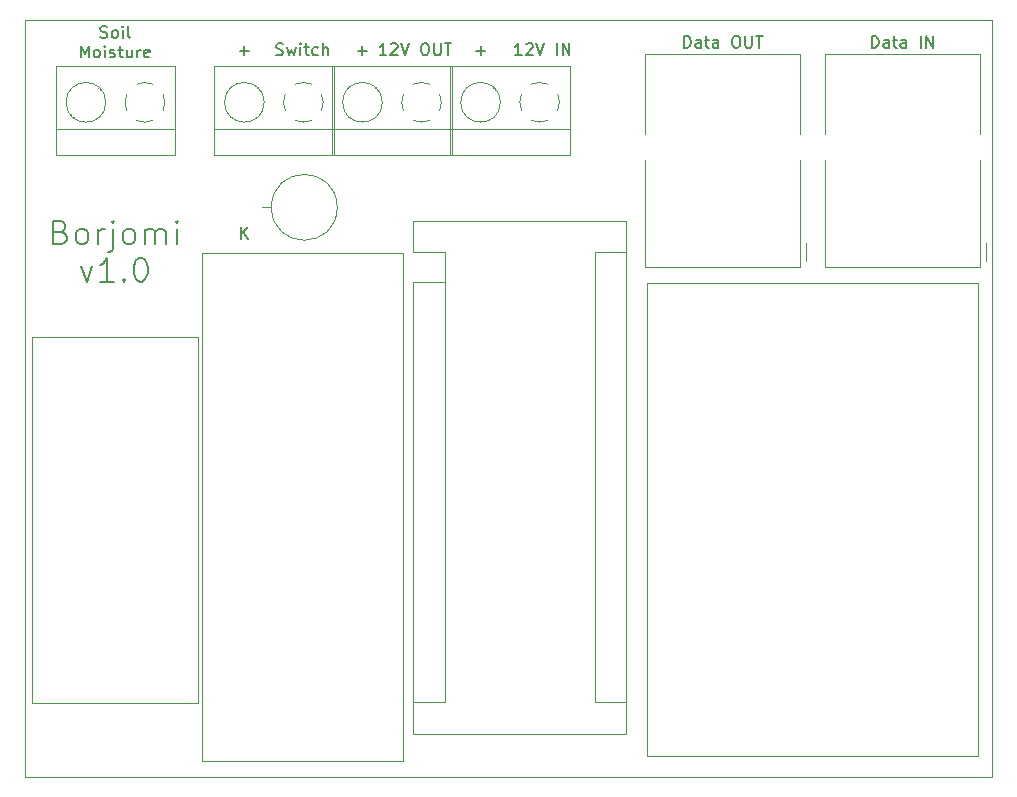
<source format=gto>
G04 #@! TF.GenerationSoftware,KiCad,Pcbnew,5.1.0-060a0da~80~ubuntu18.04.1*
G04 #@! TF.CreationDate,2019-04-09T01:33:59+03:00*
G04 #@! TF.ProjectId,Borjomi,426f726a-6f6d-4692-9e6b-696361645f70,w01*
G04 #@! TF.SameCoordinates,Original*
G04 #@! TF.FileFunction,Legend,Top*
G04 #@! TF.FilePolarity,Positive*
%FSLAX46Y46*%
G04 Gerber Fmt 4.6, Leading zero omitted, Abs format (unit mm)*
G04 Created by KiCad (PCBNEW 5.1.0-060a0da~80~ubuntu18.04.1) date 2019-04-09 01:33:59*
%MOMM*%
%LPD*%
G04 APERTURE LIST*
%ADD10C,0.150000*%
%ADD11C,0.120000*%
%ADD12C,0.100000*%
G04 APERTURE END LIST*
D10*
X104688095Y-37282380D02*
X104688095Y-36282380D01*
X104926190Y-36282380D01*
X105069047Y-36330000D01*
X105164285Y-36425238D01*
X105211904Y-36520476D01*
X105259523Y-36710952D01*
X105259523Y-36853809D01*
X105211904Y-37044285D01*
X105164285Y-37139523D01*
X105069047Y-37234761D01*
X104926190Y-37282380D01*
X104688095Y-37282380D01*
X106116666Y-37282380D02*
X106116666Y-36758571D01*
X106069047Y-36663333D01*
X105973809Y-36615714D01*
X105783333Y-36615714D01*
X105688095Y-36663333D01*
X106116666Y-37234761D02*
X106021428Y-37282380D01*
X105783333Y-37282380D01*
X105688095Y-37234761D01*
X105640476Y-37139523D01*
X105640476Y-37044285D01*
X105688095Y-36949047D01*
X105783333Y-36901428D01*
X106021428Y-36901428D01*
X106116666Y-36853809D01*
X106450000Y-36615714D02*
X106830952Y-36615714D01*
X106592857Y-36282380D02*
X106592857Y-37139523D01*
X106640476Y-37234761D01*
X106735714Y-37282380D01*
X106830952Y-37282380D01*
X107592857Y-37282380D02*
X107592857Y-36758571D01*
X107545238Y-36663333D01*
X107450000Y-36615714D01*
X107259523Y-36615714D01*
X107164285Y-36663333D01*
X107592857Y-37234761D02*
X107497619Y-37282380D01*
X107259523Y-37282380D01*
X107164285Y-37234761D01*
X107116666Y-37139523D01*
X107116666Y-37044285D01*
X107164285Y-36949047D01*
X107259523Y-36901428D01*
X107497619Y-36901428D01*
X107592857Y-36853809D01*
X109021428Y-36282380D02*
X109211904Y-36282380D01*
X109307142Y-36330000D01*
X109402380Y-36425238D01*
X109450000Y-36615714D01*
X109450000Y-36949047D01*
X109402380Y-37139523D01*
X109307142Y-37234761D01*
X109211904Y-37282380D01*
X109021428Y-37282380D01*
X108926190Y-37234761D01*
X108830952Y-37139523D01*
X108783333Y-36949047D01*
X108783333Y-36615714D01*
X108830952Y-36425238D01*
X108926190Y-36330000D01*
X109021428Y-36282380D01*
X109878571Y-36282380D02*
X109878571Y-37091904D01*
X109926190Y-37187142D01*
X109973809Y-37234761D01*
X110069047Y-37282380D01*
X110259523Y-37282380D01*
X110354761Y-37234761D01*
X110402380Y-37187142D01*
X110450000Y-37091904D01*
X110450000Y-36282380D01*
X110783333Y-36282380D02*
X111354761Y-36282380D01*
X111069047Y-37282380D02*
X111069047Y-36282380D01*
X120594761Y-37282380D02*
X120594761Y-36282380D01*
X120832857Y-36282380D01*
X120975714Y-36330000D01*
X121070952Y-36425238D01*
X121118571Y-36520476D01*
X121166190Y-36710952D01*
X121166190Y-36853809D01*
X121118571Y-37044285D01*
X121070952Y-37139523D01*
X120975714Y-37234761D01*
X120832857Y-37282380D01*
X120594761Y-37282380D01*
X122023333Y-37282380D02*
X122023333Y-36758571D01*
X121975714Y-36663333D01*
X121880476Y-36615714D01*
X121690000Y-36615714D01*
X121594761Y-36663333D01*
X122023333Y-37234761D02*
X121928095Y-37282380D01*
X121690000Y-37282380D01*
X121594761Y-37234761D01*
X121547142Y-37139523D01*
X121547142Y-37044285D01*
X121594761Y-36949047D01*
X121690000Y-36901428D01*
X121928095Y-36901428D01*
X122023333Y-36853809D01*
X122356666Y-36615714D02*
X122737619Y-36615714D01*
X122499523Y-36282380D02*
X122499523Y-37139523D01*
X122547142Y-37234761D01*
X122642380Y-37282380D01*
X122737619Y-37282380D01*
X123499523Y-37282380D02*
X123499523Y-36758571D01*
X123451904Y-36663333D01*
X123356666Y-36615714D01*
X123166190Y-36615714D01*
X123070952Y-36663333D01*
X123499523Y-37234761D02*
X123404285Y-37282380D01*
X123166190Y-37282380D01*
X123070952Y-37234761D01*
X123023333Y-37139523D01*
X123023333Y-37044285D01*
X123070952Y-36949047D01*
X123166190Y-36901428D01*
X123404285Y-36901428D01*
X123499523Y-36853809D01*
X124737619Y-37282380D02*
X124737619Y-36282380D01*
X125213809Y-37282380D02*
X125213809Y-36282380D01*
X125785238Y-37282380D01*
X125785238Y-36282380D01*
X51943571Y-52892142D02*
X52229285Y-52987380D01*
X52324523Y-53082619D01*
X52419761Y-53273095D01*
X52419761Y-53558809D01*
X52324523Y-53749285D01*
X52229285Y-53844523D01*
X52038809Y-53939761D01*
X51276904Y-53939761D01*
X51276904Y-51939761D01*
X51943571Y-51939761D01*
X52134047Y-52035000D01*
X52229285Y-52130238D01*
X52324523Y-52320714D01*
X52324523Y-52511190D01*
X52229285Y-52701666D01*
X52134047Y-52796904D01*
X51943571Y-52892142D01*
X51276904Y-52892142D01*
X53562619Y-53939761D02*
X53372142Y-53844523D01*
X53276904Y-53749285D01*
X53181666Y-53558809D01*
X53181666Y-52987380D01*
X53276904Y-52796904D01*
X53372142Y-52701666D01*
X53562619Y-52606428D01*
X53848333Y-52606428D01*
X54038809Y-52701666D01*
X54134047Y-52796904D01*
X54229285Y-52987380D01*
X54229285Y-53558809D01*
X54134047Y-53749285D01*
X54038809Y-53844523D01*
X53848333Y-53939761D01*
X53562619Y-53939761D01*
X55086428Y-53939761D02*
X55086428Y-52606428D01*
X55086428Y-52987380D02*
X55181666Y-52796904D01*
X55276904Y-52701666D01*
X55467380Y-52606428D01*
X55657857Y-52606428D01*
X56324523Y-52606428D02*
X56324523Y-54320714D01*
X56229285Y-54511190D01*
X56038809Y-54606428D01*
X55943571Y-54606428D01*
X56324523Y-51939761D02*
X56229285Y-52035000D01*
X56324523Y-52130238D01*
X56419761Y-52035000D01*
X56324523Y-51939761D01*
X56324523Y-52130238D01*
X57562619Y-53939761D02*
X57372142Y-53844523D01*
X57276904Y-53749285D01*
X57181666Y-53558809D01*
X57181666Y-52987380D01*
X57276904Y-52796904D01*
X57372142Y-52701666D01*
X57562619Y-52606428D01*
X57848333Y-52606428D01*
X58038809Y-52701666D01*
X58134047Y-52796904D01*
X58229285Y-52987380D01*
X58229285Y-53558809D01*
X58134047Y-53749285D01*
X58038809Y-53844523D01*
X57848333Y-53939761D01*
X57562619Y-53939761D01*
X59086428Y-53939761D02*
X59086428Y-52606428D01*
X59086428Y-52796904D02*
X59181666Y-52701666D01*
X59372142Y-52606428D01*
X59657857Y-52606428D01*
X59848333Y-52701666D01*
X59943571Y-52892142D01*
X59943571Y-53939761D01*
X59943571Y-52892142D02*
X60038809Y-52701666D01*
X60229285Y-52606428D01*
X60515000Y-52606428D01*
X60705476Y-52701666D01*
X60800714Y-52892142D01*
X60800714Y-53939761D01*
X61753095Y-53939761D02*
X61753095Y-52606428D01*
X61753095Y-51939761D02*
X61657857Y-52035000D01*
X61753095Y-52130238D01*
X61848333Y-52035000D01*
X61753095Y-51939761D01*
X61753095Y-52130238D01*
X53657857Y-55756428D02*
X54134047Y-57089761D01*
X54610238Y-55756428D01*
X56419761Y-57089761D02*
X55276904Y-57089761D01*
X55848333Y-57089761D02*
X55848333Y-55089761D01*
X55657857Y-55375476D01*
X55467380Y-55565952D01*
X55276904Y-55661190D01*
X57276904Y-56899285D02*
X57372142Y-56994523D01*
X57276904Y-57089761D01*
X57181666Y-56994523D01*
X57276904Y-56899285D01*
X57276904Y-57089761D01*
X58610238Y-55089761D02*
X58800714Y-55089761D01*
X58991190Y-55185000D01*
X59086428Y-55280238D01*
X59181666Y-55470714D01*
X59276904Y-55851666D01*
X59276904Y-56327857D01*
X59181666Y-56708809D01*
X59086428Y-56899285D01*
X58991190Y-56994523D01*
X58800714Y-57089761D01*
X58610238Y-57089761D01*
X58419761Y-56994523D01*
X58324523Y-56899285D01*
X58229285Y-56708809D01*
X58134047Y-56327857D01*
X58134047Y-55851666D01*
X58229285Y-55470714D01*
X58324523Y-55280238D01*
X58419761Y-55185000D01*
X58610238Y-55089761D01*
X55276904Y-36409761D02*
X55419761Y-36457380D01*
X55657857Y-36457380D01*
X55753095Y-36409761D01*
X55800714Y-36362142D01*
X55848333Y-36266904D01*
X55848333Y-36171666D01*
X55800714Y-36076428D01*
X55753095Y-36028809D01*
X55657857Y-35981190D01*
X55467380Y-35933571D01*
X55372142Y-35885952D01*
X55324523Y-35838333D01*
X55276904Y-35743095D01*
X55276904Y-35647857D01*
X55324523Y-35552619D01*
X55372142Y-35505000D01*
X55467380Y-35457380D01*
X55705476Y-35457380D01*
X55848333Y-35505000D01*
X56419761Y-36457380D02*
X56324523Y-36409761D01*
X56276904Y-36362142D01*
X56229285Y-36266904D01*
X56229285Y-35981190D01*
X56276904Y-35885952D01*
X56324523Y-35838333D01*
X56419761Y-35790714D01*
X56562619Y-35790714D01*
X56657857Y-35838333D01*
X56705476Y-35885952D01*
X56753095Y-35981190D01*
X56753095Y-36266904D01*
X56705476Y-36362142D01*
X56657857Y-36409761D01*
X56562619Y-36457380D01*
X56419761Y-36457380D01*
X57181666Y-36457380D02*
X57181666Y-35790714D01*
X57181666Y-35457380D02*
X57134047Y-35505000D01*
X57181666Y-35552619D01*
X57229285Y-35505000D01*
X57181666Y-35457380D01*
X57181666Y-35552619D01*
X57800714Y-36457380D02*
X57705476Y-36409761D01*
X57657857Y-36314523D01*
X57657857Y-35457380D01*
X53610238Y-38107380D02*
X53610238Y-37107380D01*
X53943571Y-37821666D01*
X54276904Y-37107380D01*
X54276904Y-38107380D01*
X54895952Y-38107380D02*
X54800714Y-38059761D01*
X54753095Y-38012142D01*
X54705476Y-37916904D01*
X54705476Y-37631190D01*
X54753095Y-37535952D01*
X54800714Y-37488333D01*
X54895952Y-37440714D01*
X55038809Y-37440714D01*
X55134047Y-37488333D01*
X55181666Y-37535952D01*
X55229285Y-37631190D01*
X55229285Y-37916904D01*
X55181666Y-38012142D01*
X55134047Y-38059761D01*
X55038809Y-38107380D01*
X54895952Y-38107380D01*
X55657857Y-38107380D02*
X55657857Y-37440714D01*
X55657857Y-37107380D02*
X55610238Y-37155000D01*
X55657857Y-37202619D01*
X55705476Y-37155000D01*
X55657857Y-37107380D01*
X55657857Y-37202619D01*
X56086428Y-38059761D02*
X56181666Y-38107380D01*
X56372142Y-38107380D01*
X56467380Y-38059761D01*
X56515000Y-37964523D01*
X56515000Y-37916904D01*
X56467380Y-37821666D01*
X56372142Y-37774047D01*
X56229285Y-37774047D01*
X56134047Y-37726428D01*
X56086428Y-37631190D01*
X56086428Y-37583571D01*
X56134047Y-37488333D01*
X56229285Y-37440714D01*
X56372142Y-37440714D01*
X56467380Y-37488333D01*
X56800714Y-37440714D02*
X57181666Y-37440714D01*
X56943571Y-37107380D02*
X56943571Y-37964523D01*
X56991190Y-38059761D01*
X57086428Y-38107380D01*
X57181666Y-38107380D01*
X57943571Y-37440714D02*
X57943571Y-38107380D01*
X57515000Y-37440714D02*
X57515000Y-37964523D01*
X57562619Y-38059761D01*
X57657857Y-38107380D01*
X57800714Y-38107380D01*
X57895952Y-38059761D01*
X57943571Y-38012142D01*
X58419761Y-38107380D02*
X58419761Y-37440714D01*
X58419761Y-37631190D02*
X58467380Y-37535952D01*
X58515000Y-37488333D01*
X58610238Y-37440714D01*
X58705476Y-37440714D01*
X59419761Y-38059761D02*
X59324523Y-38107380D01*
X59134047Y-38107380D01*
X59038809Y-38059761D01*
X58991190Y-37964523D01*
X58991190Y-37583571D01*
X59038809Y-37488333D01*
X59134047Y-37440714D01*
X59324523Y-37440714D01*
X59419761Y-37488333D01*
X59467380Y-37583571D01*
X59467380Y-37678809D01*
X58991190Y-37774047D01*
X70175714Y-37869761D02*
X70318571Y-37917380D01*
X70556666Y-37917380D01*
X70651904Y-37869761D01*
X70699523Y-37822142D01*
X70747142Y-37726904D01*
X70747142Y-37631666D01*
X70699523Y-37536428D01*
X70651904Y-37488809D01*
X70556666Y-37441190D01*
X70366190Y-37393571D01*
X70270952Y-37345952D01*
X70223333Y-37298333D01*
X70175714Y-37203095D01*
X70175714Y-37107857D01*
X70223333Y-37012619D01*
X70270952Y-36965000D01*
X70366190Y-36917380D01*
X70604285Y-36917380D01*
X70747142Y-36965000D01*
X71080476Y-37250714D02*
X71270952Y-37917380D01*
X71461428Y-37441190D01*
X71651904Y-37917380D01*
X71842380Y-37250714D01*
X72223333Y-37917380D02*
X72223333Y-37250714D01*
X72223333Y-36917380D02*
X72175714Y-36965000D01*
X72223333Y-37012619D01*
X72270952Y-36965000D01*
X72223333Y-36917380D01*
X72223333Y-37012619D01*
X72556666Y-37250714D02*
X72937619Y-37250714D01*
X72699523Y-36917380D02*
X72699523Y-37774523D01*
X72747142Y-37869761D01*
X72842380Y-37917380D01*
X72937619Y-37917380D01*
X73699523Y-37869761D02*
X73604285Y-37917380D01*
X73413809Y-37917380D01*
X73318571Y-37869761D01*
X73270952Y-37822142D01*
X73223333Y-37726904D01*
X73223333Y-37441190D01*
X73270952Y-37345952D01*
X73318571Y-37298333D01*
X73413809Y-37250714D01*
X73604285Y-37250714D01*
X73699523Y-37298333D01*
X74128095Y-37917380D02*
X74128095Y-36917380D01*
X74556666Y-37917380D02*
X74556666Y-37393571D01*
X74509047Y-37298333D01*
X74413809Y-37250714D01*
X74270952Y-37250714D01*
X74175714Y-37298333D01*
X74128095Y-37345952D01*
X79486428Y-37917380D02*
X78915000Y-37917380D01*
X79200714Y-37917380D02*
X79200714Y-36917380D01*
X79105476Y-37060238D01*
X79010238Y-37155476D01*
X78915000Y-37203095D01*
X79867380Y-37012619D02*
X79915000Y-36965000D01*
X80010238Y-36917380D01*
X80248333Y-36917380D01*
X80343571Y-36965000D01*
X80391190Y-37012619D01*
X80438809Y-37107857D01*
X80438809Y-37203095D01*
X80391190Y-37345952D01*
X79819761Y-37917380D01*
X80438809Y-37917380D01*
X80724523Y-36917380D02*
X81057857Y-37917380D01*
X81391190Y-36917380D01*
X82676904Y-36917380D02*
X82867380Y-36917380D01*
X82962619Y-36965000D01*
X83057857Y-37060238D01*
X83105476Y-37250714D01*
X83105476Y-37584047D01*
X83057857Y-37774523D01*
X82962619Y-37869761D01*
X82867380Y-37917380D01*
X82676904Y-37917380D01*
X82581666Y-37869761D01*
X82486428Y-37774523D01*
X82438809Y-37584047D01*
X82438809Y-37250714D01*
X82486428Y-37060238D01*
X82581666Y-36965000D01*
X82676904Y-36917380D01*
X83534047Y-36917380D02*
X83534047Y-37726904D01*
X83581666Y-37822142D01*
X83629285Y-37869761D01*
X83724523Y-37917380D01*
X83915000Y-37917380D01*
X84010238Y-37869761D01*
X84057857Y-37822142D01*
X84105476Y-37726904D01*
X84105476Y-36917380D01*
X84438809Y-36917380D02*
X85010238Y-36917380D01*
X84724523Y-37917380D02*
X84724523Y-36917380D01*
X90948095Y-37917380D02*
X90376666Y-37917380D01*
X90662380Y-37917380D02*
X90662380Y-36917380D01*
X90567142Y-37060238D01*
X90471904Y-37155476D01*
X90376666Y-37203095D01*
X91329047Y-37012619D02*
X91376666Y-36965000D01*
X91471904Y-36917380D01*
X91710000Y-36917380D01*
X91805238Y-36965000D01*
X91852857Y-37012619D01*
X91900476Y-37107857D01*
X91900476Y-37203095D01*
X91852857Y-37345952D01*
X91281428Y-37917380D01*
X91900476Y-37917380D01*
X92186190Y-36917380D02*
X92519523Y-37917380D01*
X92852857Y-36917380D01*
X93948095Y-37917380D02*
X93948095Y-36917380D01*
X94424285Y-37917380D02*
X94424285Y-36917380D01*
X94995714Y-37917380D01*
X94995714Y-36917380D01*
X87089047Y-37536428D02*
X87850952Y-37536428D01*
X87470000Y-37917380D02*
X87470000Y-37155476D01*
X77089047Y-37536428D02*
X77850952Y-37536428D01*
X77470000Y-37917380D02*
X77470000Y-37155476D01*
X67089047Y-37536428D02*
X67850952Y-37536428D01*
X67470000Y-37917380D02*
X67470000Y-37155476D01*
D11*
X48895000Y-99060000D02*
X48895000Y-34925000D01*
X130810000Y-99060000D02*
X48895000Y-99060000D01*
X130810000Y-34925000D02*
X130810000Y-99060000D01*
X48895000Y-34925000D02*
X130810000Y-34925000D01*
X69765000Y-50800000D02*
X68970000Y-50800000D01*
X75335000Y-50800000D02*
G75*
G03X75335000Y-50800000I-2785000J0D01*
G01*
D12*
X63890000Y-97700000D02*
X80890000Y-97700000D01*
X80890000Y-97700000D02*
X80890000Y-54700000D01*
X63890000Y-54700000D02*
X80890000Y-54700000D01*
X63890000Y-97700000D02*
X63890000Y-54700000D01*
D11*
X55282000Y-40887000D02*
X55329000Y-40841000D01*
X52985000Y-43185000D02*
X53020000Y-43149000D01*
X55089000Y-40671000D02*
X55124000Y-40636000D01*
X52780000Y-42979000D02*
X52827000Y-42933000D01*
X51495000Y-46410000D02*
X51495000Y-38810000D01*
X61615000Y-46410000D02*
X61615000Y-38810000D01*
X61615000Y-46410000D02*
X51495000Y-46410000D01*
X61615000Y-44211000D02*
X51495000Y-44211000D01*
X61615000Y-38810000D02*
X51495000Y-38810000D01*
X55735000Y-41910000D02*
G75*
G03X55735000Y-41910000I-1680000J0D01*
G01*
X59026195Y-40229747D02*
G75*
G02X59739000Y-40375000I28805J-1680253D01*
G01*
X60590426Y-41226958D02*
G75*
G02X60590000Y-42594000I-1535426J-683042D01*
G01*
X59738042Y-43445426D02*
G75*
G02X58371000Y-43445000I-683042J1535426D01*
G01*
X57519574Y-42593042D02*
G75*
G02X57520000Y-41226000I1535426J683042D01*
G01*
X58371682Y-40375244D02*
G75*
G02X59055000Y-40230000I683318J-1534756D01*
G01*
X68697000Y-40887000D02*
X68744000Y-40841000D01*
X66400000Y-43185000D02*
X66435000Y-43149000D01*
X68504000Y-40671000D02*
X68539000Y-40636000D01*
X66195000Y-42979000D02*
X66242000Y-42933000D01*
X64910000Y-46410000D02*
X64910000Y-38810000D01*
X75030000Y-46410000D02*
X75030000Y-38810000D01*
X75030000Y-46410000D02*
X64910000Y-46410000D01*
X75030000Y-44211000D02*
X64910000Y-44211000D01*
X75030000Y-38810000D02*
X64910000Y-38810000D01*
X69150000Y-41910000D02*
G75*
G03X69150000Y-41910000I-1680000J0D01*
G01*
X72441195Y-40229747D02*
G75*
G02X73154000Y-40375000I28805J-1680253D01*
G01*
X74005426Y-41226958D02*
G75*
G02X74005000Y-42594000I-1535426J-683042D01*
G01*
X73153042Y-43445426D02*
G75*
G02X71786000Y-43445000I-683042J1535426D01*
G01*
X70934574Y-42593042D02*
G75*
G02X70935000Y-41226000I1535426J683042D01*
G01*
X71786682Y-40375244D02*
G75*
G02X72470000Y-40230000I683318J-1534756D01*
G01*
X78697000Y-40887000D02*
X78744000Y-40841000D01*
X76400000Y-43185000D02*
X76435000Y-43149000D01*
X78504000Y-40671000D02*
X78539000Y-40636000D01*
X76195000Y-42979000D02*
X76242000Y-42933000D01*
X74910000Y-46410000D02*
X74910000Y-38810000D01*
X85030000Y-46410000D02*
X85030000Y-38810000D01*
X85030000Y-46410000D02*
X74910000Y-46410000D01*
X85030000Y-44211000D02*
X74910000Y-44211000D01*
X85030000Y-38810000D02*
X74910000Y-38810000D01*
X79150000Y-41910000D02*
G75*
G03X79150000Y-41910000I-1680000J0D01*
G01*
X82441195Y-40229747D02*
G75*
G02X83154000Y-40375000I28805J-1680253D01*
G01*
X84005426Y-41226958D02*
G75*
G02X84005000Y-42594000I-1535426J-683042D01*
G01*
X83153042Y-43445426D02*
G75*
G02X81786000Y-43445000I-683042J1535426D01*
G01*
X80934574Y-42593042D02*
G75*
G02X80935000Y-41226000I1535426J683042D01*
G01*
X81786682Y-40375244D02*
G75*
G02X82470000Y-40230000I683318J-1534756D01*
G01*
X88697000Y-40887000D02*
X88744000Y-40841000D01*
X86400000Y-43185000D02*
X86435000Y-43149000D01*
X88504000Y-40671000D02*
X88539000Y-40636000D01*
X86195000Y-42979000D02*
X86242000Y-42933000D01*
X84910000Y-46410000D02*
X84910000Y-38810000D01*
X95030000Y-46410000D02*
X95030000Y-38810000D01*
X95030000Y-46410000D02*
X84910000Y-46410000D01*
X95030000Y-44211000D02*
X84910000Y-44211000D01*
X95030000Y-38810000D02*
X84910000Y-38810000D01*
X89150000Y-41910000D02*
G75*
G03X89150000Y-41910000I-1680000J0D01*
G01*
X92441195Y-40229747D02*
G75*
G02X93154000Y-40375000I28805J-1680253D01*
G01*
X94005426Y-41226958D02*
G75*
G02X94005000Y-42594000I-1535426J-683042D01*
G01*
X93153042Y-43445426D02*
G75*
G02X91786000Y-43445000I-683042J1535426D01*
G01*
X90934574Y-42593042D02*
G75*
G02X90935000Y-41226000I1535426J683042D01*
G01*
X91786682Y-40375244D02*
G75*
G02X92470000Y-40230000I683318J-1534756D01*
G01*
X114555000Y-55840000D02*
X101355000Y-55840000D01*
X101355000Y-55840000D02*
X101355000Y-46820000D01*
D12*
X101355000Y-37960000D02*
X101355000Y-37840000D01*
D11*
X101355000Y-37840000D02*
X101355000Y-44620000D01*
D12*
X101355000Y-37850000D02*
X101355000Y-37840000D01*
D11*
X101355000Y-37840000D02*
X114555000Y-37840000D01*
X114555000Y-37840000D02*
X114555000Y-44620000D01*
D12*
X114555000Y-46890000D02*
X114555000Y-46820000D01*
D11*
X114555000Y-46820000D02*
X114555000Y-55840000D01*
X115025000Y-53840000D02*
X115025000Y-55370000D01*
X129795000Y-55840000D02*
X116595000Y-55840000D01*
X116595000Y-55840000D02*
X116595000Y-46820000D01*
D12*
X116595000Y-37960000D02*
X116595000Y-37840000D01*
D11*
X116595000Y-37840000D02*
X116595000Y-44620000D01*
D12*
X116595000Y-37850000D02*
X116595000Y-37840000D01*
D11*
X116595000Y-37840000D02*
X129795000Y-37840000D01*
X129795000Y-37840000D02*
X129795000Y-44620000D01*
D12*
X129795000Y-46890000D02*
X129795000Y-46820000D01*
D11*
X129795000Y-46820000D02*
X129795000Y-55840000D01*
X130265000Y-53840000D02*
X130265000Y-55370000D01*
X99825000Y-51940000D02*
X81785000Y-51940000D01*
X99825000Y-95380000D02*
X99825000Y-51940000D01*
X81785000Y-95380000D02*
X99825000Y-95380000D01*
X84455000Y-92710000D02*
X81785000Y-92710000D01*
X84455000Y-57150000D02*
X84455000Y-92710000D01*
X84455000Y-57150000D02*
X81785000Y-57150000D01*
X97155000Y-92710000D02*
X99825000Y-92710000D01*
X97155000Y-54610000D02*
X97155000Y-92710000D01*
X97155000Y-54610000D02*
X99825000Y-54610000D01*
X81785000Y-51940000D02*
X81785000Y-54610000D01*
X81785000Y-57150000D02*
X81785000Y-95380000D01*
X84455000Y-54610000D02*
X81785000Y-54610000D01*
X84455000Y-57150000D02*
X84455000Y-54610000D01*
X101570000Y-97250000D02*
X129570000Y-97250000D01*
X101570000Y-97250000D02*
X101570000Y-57250000D01*
X101570000Y-57250000D02*
X129570000Y-57250000D01*
X129570000Y-97250000D02*
X129570000Y-57250000D01*
D12*
X49515000Y-61805000D02*
X63515000Y-61805000D01*
X63515000Y-92805000D02*
X63515000Y-61805000D01*
X49515000Y-92805000D02*
X63515000Y-92805000D01*
X49515000Y-92805000D02*
X49515000Y-61805000D01*
D10*
X67208095Y-53452380D02*
X67208095Y-52452380D01*
X67779523Y-53452380D02*
X67350952Y-52880952D01*
X67779523Y-52452380D02*
X67208095Y-53023809D01*
M02*

</source>
